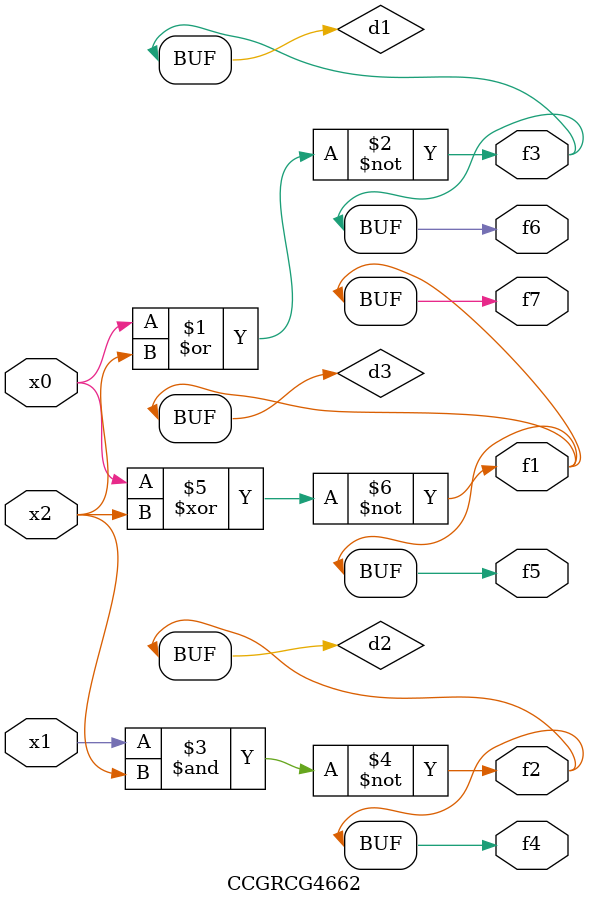
<source format=v>
module CCGRCG4662(
	input x0, x1, x2,
	output f1, f2, f3, f4, f5, f6, f7
);

	wire d1, d2, d3;

	nor (d1, x0, x2);
	nand (d2, x1, x2);
	xnor (d3, x0, x2);
	assign f1 = d3;
	assign f2 = d2;
	assign f3 = d1;
	assign f4 = d2;
	assign f5 = d3;
	assign f6 = d1;
	assign f7 = d3;
endmodule

</source>
